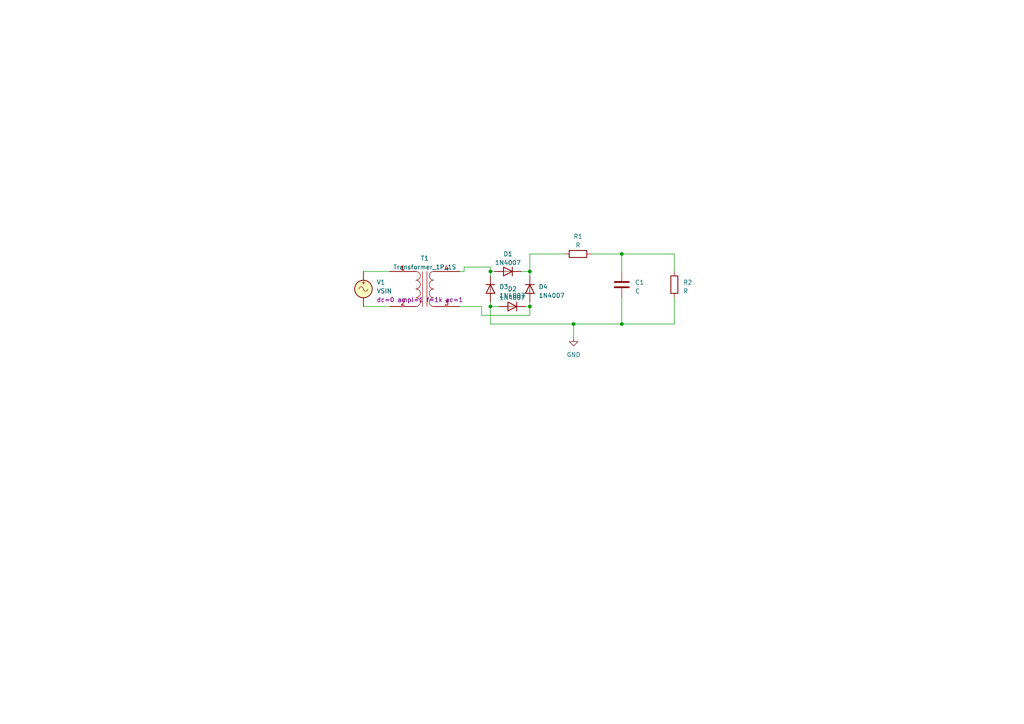
<source format=kicad_sch>
(kicad_sch (version 20230121) (generator eeschema)

  (uuid 86f50895-f4a8-4caa-a6af-ea6ccaf15063)

  (paper "A4")

  (lib_symbols
    (symbol "Device:C" (pin_numbers hide) (pin_names (offset 0.254)) (in_bom yes) (on_board yes)
      (property "Reference" "C" (at 0.635 2.54 0)
        (effects (font (size 1.27 1.27)) (justify left))
      )
      (property "Value" "C" (at 0.635 -2.54 0)
        (effects (font (size 1.27 1.27)) (justify left))
      )
      (property "Footprint" "" (at 0.9652 -3.81 0)
        (effects (font (size 1.27 1.27)) hide)
      )
      (property "Datasheet" "~" (at 0 0 0)
        (effects (font (size 1.27 1.27)) hide)
      )
      (property "ki_keywords" "cap capacitor" (at 0 0 0)
        (effects (font (size 1.27 1.27)) hide)
      )
      (property "ki_description" "Unpolarized capacitor" (at 0 0 0)
        (effects (font (size 1.27 1.27)) hide)
      )
      (property "ki_fp_filters" "C_*" (at 0 0 0)
        (effects (font (size 1.27 1.27)) hide)
      )
      (symbol "C_0_1"
        (polyline
          (pts
            (xy -2.032 -0.762)
            (xy 2.032 -0.762)
          )
          (stroke (width 0.508) (type default))
          (fill (type none))
        )
        (polyline
          (pts
            (xy -2.032 0.762)
            (xy 2.032 0.762)
          )
          (stroke (width 0.508) (type default))
          (fill (type none))
        )
      )
      (symbol "C_1_1"
        (pin passive line (at 0 3.81 270) (length 2.794)
          (name "~" (effects (font (size 1.27 1.27))))
          (number "1" (effects (font (size 1.27 1.27))))
        )
        (pin passive line (at 0 -3.81 90) (length 2.794)
          (name "~" (effects (font (size 1.27 1.27))))
          (number "2" (effects (font (size 1.27 1.27))))
        )
      )
    )
    (symbol "Device:R" (pin_numbers hide) (pin_names (offset 0)) (in_bom yes) (on_board yes)
      (property "Reference" "R" (at 2.032 0 90)
        (effects (font (size 1.27 1.27)))
      )
      (property "Value" "R" (at 0 0 90)
        (effects (font (size 1.27 1.27)))
      )
      (property "Footprint" "" (at -1.778 0 90)
        (effects (font (size 1.27 1.27)) hide)
      )
      (property "Datasheet" "~" (at 0 0 0)
        (effects (font (size 1.27 1.27)) hide)
      )
      (property "ki_keywords" "R res resistor" (at 0 0 0)
        (effects (font (size 1.27 1.27)) hide)
      )
      (property "ki_description" "Resistor" (at 0 0 0)
        (effects (font (size 1.27 1.27)) hide)
      )
      (property "ki_fp_filters" "R_*" (at 0 0 0)
        (effects (font (size 1.27 1.27)) hide)
      )
      (symbol "R_0_1"
        (rectangle (start -1.016 -2.54) (end 1.016 2.54)
          (stroke (width 0.254) (type default))
          (fill (type none))
        )
      )
      (symbol "R_1_1"
        (pin passive line (at 0 3.81 270) (length 1.27)
          (name "~" (effects (font (size 1.27 1.27))))
          (number "1" (effects (font (size 1.27 1.27))))
        )
        (pin passive line (at 0 -3.81 90) (length 1.27)
          (name "~" (effects (font (size 1.27 1.27))))
          (number "2" (effects (font (size 1.27 1.27))))
        )
      )
    )
    (symbol "Device:Transformer_1P_1S" (pin_names (offset 1.016) hide) (in_bom yes) (on_board yes)
      (property "Reference" "T" (at 0 6.35 0)
        (effects (font (size 1.27 1.27)))
      )
      (property "Value" "Transformer_1P_1S" (at 0 -7.62 0)
        (effects (font (size 1.27 1.27)))
      )
      (property "Footprint" "" (at 0 0 0)
        (effects (font (size 1.27 1.27)) hide)
      )
      (property "Datasheet" "~" (at 0 0 0)
        (effects (font (size 1.27 1.27)) hide)
      )
      (property "ki_keywords" "transformer coil magnet" (at 0 0 0)
        (effects (font (size 1.27 1.27)) hide)
      )
      (property "ki_description" "Transformer, single primary, single secondary" (at 0 0 0)
        (effects (font (size 1.27 1.27)) hide)
      )
      (symbol "Transformer_1P_1S_0_1"
        (arc (start -2.54 -5.0546) (mid -1.6599 -4.6901) (end -1.27 -3.81)
          (stroke (width 0) (type default))
          (fill (type none))
        )
        (arc (start -2.54 -2.5146) (mid -1.6599 -2.1501) (end -1.27 -1.27)
          (stroke (width 0) (type default))
          (fill (type none))
        )
        (arc (start -2.54 0.0254) (mid -1.6599 0.3899) (end -1.27 1.27)
          (stroke (width 0) (type default))
          (fill (type none))
        )
        (arc (start -2.54 2.5654) (mid -1.6599 2.9299) (end -1.27 3.81)
          (stroke (width 0) (type default))
          (fill (type none))
        )
        (arc (start -1.27 -3.81) (mid -1.642 -2.912) (end -2.54 -2.54)
          (stroke (width 0) (type default))
          (fill (type none))
        )
        (arc (start -1.27 -1.27) (mid -1.642 -0.372) (end -2.54 0)
          (stroke (width 0) (type default))
          (fill (type none))
        )
        (arc (start -1.27 1.27) (mid -1.642 2.168) (end -2.54 2.54)
          (stroke (width 0) (type default))
          (fill (type none))
        )
        (arc (start -1.27 3.81) (mid -1.642 4.708) (end -2.54 5.08)
          (stroke (width 0) (type default))
          (fill (type none))
        )
        (polyline
          (pts
            (xy -0.635 5.08)
            (xy -0.635 -5.08)
          )
          (stroke (width 0) (type default))
          (fill (type none))
        )
        (polyline
          (pts
            (xy 0.635 -5.08)
            (xy 0.635 5.08)
          )
          (stroke (width 0) (type default))
          (fill (type none))
        )
        (arc (start 1.2954 -1.27) (mid 1.6599 -2.1501) (end 2.54 -2.5146)
          (stroke (width 0) (type default))
          (fill (type none))
        )
        (arc (start 1.2954 1.27) (mid 1.6599 0.3899) (end 2.54 0.0254)
          (stroke (width 0) (type default))
          (fill (type none))
        )
        (arc (start 1.2954 3.81) (mid 1.6599 2.9299) (end 2.54 2.5654)
          (stroke (width 0) (type default))
          (fill (type none))
        )
        (arc (start 1.3208 -3.81) (mid 1.6853 -4.6901) (end 2.5654 -5.0546)
          (stroke (width 0) (type default))
          (fill (type none))
        )
        (arc (start 2.54 0) (mid 1.642 -0.372) (end 1.2954 -1.27)
          (stroke (width 0) (type default))
          (fill (type none))
        )
        (arc (start 2.54 2.54) (mid 1.642 2.168) (end 1.2954 1.27)
          (stroke (width 0) (type default))
          (fill (type none))
        )
        (arc (start 2.54 5.08) (mid 1.642 4.708) (end 1.2954 3.81)
          (stroke (width 0) (type default))
          (fill (type none))
        )
        (arc (start 2.5654 -2.54) (mid 1.6674 -2.912) (end 1.3208 -3.81)
          (stroke (width 0) (type default))
          (fill (type none))
        )
      )
      (symbol "Transformer_1P_1S_1_1"
        (pin passive line (at -10.16 5.08 0) (length 7.62)
          (name "AA" (effects (font (size 1.27 1.27))))
          (number "1" (effects (font (size 1.27 1.27))))
        )
        (pin passive line (at -10.16 -5.08 0) (length 7.62)
          (name "AB" (effects (font (size 1.27 1.27))))
          (number "2" (effects (font (size 1.27 1.27))))
        )
        (pin passive line (at 10.16 -5.08 180) (length 7.62)
          (name "SA" (effects (font (size 1.27 1.27))))
          (number "3" (effects (font (size 1.27 1.27))))
        )
        (pin passive line (at 10.16 5.08 180) (length 7.62)
          (name "SB" (effects (font (size 1.27 1.27))))
          (number "4" (effects (font (size 1.27 1.27))))
        )
      )
    )
    (symbol "Diode:1N4007" (pin_numbers hide) (pin_names hide) (in_bom yes) (on_board yes)
      (property "Reference" "D" (at 0 2.54 0)
        (effects (font (size 1.27 1.27)))
      )
      (property "Value" "1N4007" (at 0 -2.54 0)
        (effects (font (size 1.27 1.27)))
      )
      (property "Footprint" "Diode_THT:D_DO-41_SOD81_P10.16mm_Horizontal" (at 0 -4.445 0)
        (effects (font (size 1.27 1.27)) hide)
      )
      (property "Datasheet" "http://www.vishay.com/docs/88503/1n4001.pdf" (at 0 0 0)
        (effects (font (size 1.27 1.27)) hide)
      )
      (property "Sim.Device" "D" (at 0 0 0)
        (effects (font (size 1.27 1.27)) hide)
      )
      (property "Sim.Pins" "1=K 2=A" (at 0 0 0)
        (effects (font (size 1.27 1.27)) hide)
      )
      (property "ki_keywords" "diode" (at 0 0 0)
        (effects (font (size 1.27 1.27)) hide)
      )
      (property "ki_description" "1000V 1A General Purpose Rectifier Diode, DO-41" (at 0 0 0)
        (effects (font (size 1.27 1.27)) hide)
      )
      (property "ki_fp_filters" "D*DO?41*" (at 0 0 0)
        (effects (font (size 1.27 1.27)) hide)
      )
      (symbol "1N4007_0_1"
        (polyline
          (pts
            (xy -1.27 1.27)
            (xy -1.27 -1.27)
          )
          (stroke (width 0.254) (type default))
          (fill (type none))
        )
        (polyline
          (pts
            (xy 1.27 0)
            (xy -1.27 0)
          )
          (stroke (width 0) (type default))
          (fill (type none))
        )
        (polyline
          (pts
            (xy 1.27 1.27)
            (xy 1.27 -1.27)
            (xy -1.27 0)
            (xy 1.27 1.27)
          )
          (stroke (width 0.254) (type default))
          (fill (type none))
        )
      )
      (symbol "1N4007_1_1"
        (pin passive line (at -3.81 0 0) (length 2.54)
          (name "K" (effects (font (size 1.27 1.27))))
          (number "1" (effects (font (size 1.27 1.27))))
        )
        (pin passive line (at 3.81 0 180) (length 2.54)
          (name "A" (effects (font (size 1.27 1.27))))
          (number "2" (effects (font (size 1.27 1.27))))
        )
      )
    )
    (symbol "Simulation_SPICE:VSIN" (pin_numbers hide) (pin_names (offset 0.0254)) (in_bom yes) (on_board yes)
      (property "Reference" "V" (at 2.54 2.54 0)
        (effects (font (size 1.27 1.27)) (justify left))
      )
      (property "Value" "VSIN" (at 2.54 0 0)
        (effects (font (size 1.27 1.27)) (justify left))
      )
      (property "Footprint" "" (at 0 0 0)
        (effects (font (size 1.27 1.27)) hide)
      )
      (property "Datasheet" "~" (at 0 0 0)
        (effects (font (size 1.27 1.27)) hide)
      )
      (property "Sim.Pins" "1=+ 2=-" (at 0 0 0)
        (effects (font (size 1.27 1.27)) hide)
      )
      (property "Sim.Params" "dc=0 ampl=1 f=1k ac=1" (at 2.54 -2.54 0)
        (effects (font (size 1.27 1.27)) (justify left))
      )
      (property "Sim.Type" "SIN" (at 0 0 0)
        (effects (font (size 1.27 1.27)) hide)
      )
      (property "Sim.Device" "V" (at 0 0 0)
        (effects (font (size 1.27 1.27)) (justify left) hide)
      )
      (property "ki_keywords" "simulation ac vac" (at 0 0 0)
        (effects (font (size 1.27 1.27)) hide)
      )
      (property "ki_description" "Voltage source, sinusoidal" (at 0 0 0)
        (effects (font (size 1.27 1.27)) hide)
      )
      (symbol "VSIN_0_0"
        (arc (start 0 0) (mid -0.635 0.6323) (end -1.27 0)
          (stroke (width 0) (type default))
          (fill (type none))
        )
        (arc (start 0 0) (mid 0.635 -0.6323) (end 1.27 0)
          (stroke (width 0) (type default))
          (fill (type none))
        )
        (text "+" (at 0 1.905 0)
          (effects (font (size 1.27 1.27)))
        )
      )
      (symbol "VSIN_0_1"
        (circle (center 0 0) (radius 2.54)
          (stroke (width 0.254) (type default))
          (fill (type background))
        )
      )
      (symbol "VSIN_1_1"
        (pin passive line (at 0 5.08 270) (length 2.54)
          (name "~" (effects (font (size 1.27 1.27))))
          (number "1" (effects (font (size 1.27 1.27))))
        )
        (pin passive line (at 0 -5.08 90) (length 2.54)
          (name "~" (effects (font (size 1.27 1.27))))
          (number "2" (effects (font (size 1.27 1.27))))
        )
      )
    )
    (symbol "power:GND" (power) (pin_names (offset 0)) (in_bom yes) (on_board yes)
      (property "Reference" "#PWR" (at 0 -6.35 0)
        (effects (font (size 1.27 1.27)) hide)
      )
      (property "Value" "GND" (at 0 -3.81 0)
        (effects (font (size 1.27 1.27)))
      )
      (property "Footprint" "" (at 0 0 0)
        (effects (font (size 1.27 1.27)) hide)
      )
      (property "Datasheet" "" (at 0 0 0)
        (effects (font (size 1.27 1.27)) hide)
      )
      (property "ki_keywords" "global power" (at 0 0 0)
        (effects (font (size 1.27 1.27)) hide)
      )
      (property "ki_description" "Power symbol creates a global label with name \"GND\" , ground" (at 0 0 0)
        (effects (font (size 1.27 1.27)) hide)
      )
      (symbol "GND_0_1"
        (polyline
          (pts
            (xy 0 0)
            (xy 0 -1.27)
            (xy 1.27 -1.27)
            (xy 0 -2.54)
            (xy -1.27 -1.27)
            (xy 0 -1.27)
          )
          (stroke (width 0) (type default))
          (fill (type none))
        )
      )
      (symbol "GND_1_1"
        (pin power_in line (at 0 0 270) (length 0) hide
          (name "GND" (effects (font (size 1.27 1.27))))
          (number "1" (effects (font (size 1.27 1.27))))
        )
      )
    )
  )


  (junction (at 166.37 93.98) (diameter 0) (color 0 0 0 0)
    (uuid 2dff44d4-f64d-4bd1-88df-256421143520)
  )
  (junction (at 180.34 93.98) (diameter 0) (color 0 0 0 0)
    (uuid a8fa3d1d-696e-4ecb-94b8-82fb91963f7b)
  )
  (junction (at 153.67 78.74) (diameter 0) (color 0 0 0 0)
    (uuid d2b5a331-22f8-41c2-aca8-a7bda3f1fef4)
  )
  (junction (at 153.67 88.9) (diameter 0) (color 0 0 0 0)
    (uuid da183cd8-d85b-4410-ae0a-6133f5748b35)
  )
  (junction (at 142.24 78.74) (diameter 0) (color 0 0 0 0)
    (uuid e4301a1c-2c93-4f8f-a986-e4b6087d3116)
  )
  (junction (at 180.34 73.66) (diameter 0) (color 0 0 0 0)
    (uuid f4297ea0-8a1b-42ee-971a-eb7e5cc88b6e)
  )
  (junction (at 142.24 88.9) (diameter 0) (color 0 0 0 0)
    (uuid fbe2f136-91a7-4c3a-8ced-b36a6367f75e)
  )

  (wire (pts (xy 163.83 73.66) (xy 153.67 73.66))
    (stroke (width 0) (type default))
    (uuid 1c498c12-732e-4552-adf7-2a86bfaf4470)
  )
  (wire (pts (xy 166.37 93.98) (xy 166.37 97.79))
    (stroke (width 0) (type default))
    (uuid 1e1e4847-5559-478c-ac4d-817ba5b35abb)
  )
  (wire (pts (xy 142.24 88.9) (xy 142.24 87.63))
    (stroke (width 0) (type default))
    (uuid 21d0a56f-ae5d-4e88-a000-b48bddba1151)
  )
  (wire (pts (xy 142.24 80.01) (xy 142.24 78.74))
    (stroke (width 0) (type default))
    (uuid 2437ee50-81e5-4135-ad9c-37108f1520d8)
  )
  (wire (pts (xy 180.34 86.36) (xy 180.34 93.98))
    (stroke (width 0) (type default))
    (uuid 339b7e1e-4454-4842-976c-dd4fadab780f)
  )
  (wire (pts (xy 134.62 78.74) (xy 134.62 77.47))
    (stroke (width 0) (type default))
    (uuid 358bde12-a7b6-407b-8af0-7fc5aa15b2be)
  )
  (wire (pts (xy 180.34 73.66) (xy 180.34 78.74))
    (stroke (width 0) (type default))
    (uuid 38b3e20f-53a6-43b1-b614-72bda9d0026b)
  )
  (wire (pts (xy 153.67 88.9) (xy 153.67 87.63))
    (stroke (width 0) (type default))
    (uuid 3986c356-afbc-4b2a-8b8e-7def4a7c0b75)
  )
  (wire (pts (xy 166.37 93.98) (xy 142.24 93.98))
    (stroke (width 0) (type default))
    (uuid 3cd391f8-9751-4193-9053-6c328f241d78)
  )
  (wire (pts (xy 139.7 91.44) (xy 153.67 91.44))
    (stroke (width 0) (type default))
    (uuid 4676b000-003f-4a73-ada9-1f6e25a5c02a)
  )
  (wire (pts (xy 142.24 77.47) (xy 142.24 78.74))
    (stroke (width 0) (type default))
    (uuid 4fbaa61a-c92d-4d57-8e82-0f80bc30ab45)
  )
  (wire (pts (xy 153.67 73.66) (xy 153.67 78.74))
    (stroke (width 0) (type default))
    (uuid 54a62fc8-4470-4b12-94fc-98e2387a4947)
  )
  (wire (pts (xy 195.58 73.66) (xy 180.34 73.66))
    (stroke (width 0) (type default))
    (uuid 573a55bf-1c4b-41f7-b80a-6083b7304591)
  )
  (wire (pts (xy 139.7 88.9) (xy 139.7 91.44))
    (stroke (width 0) (type default))
    (uuid 586a6862-5786-42c5-9cbd-f0ea083dd7df)
  )
  (wire (pts (xy 151.13 78.74) (xy 153.67 78.74))
    (stroke (width 0) (type default))
    (uuid 5ce56244-d7c0-46f3-9344-f21d7bda5111)
  )
  (wire (pts (xy 153.67 78.74) (xy 153.67 80.01))
    (stroke (width 0) (type default))
    (uuid 63c0c61d-78bf-4042-bf0d-13e868084bc3)
  )
  (wire (pts (xy 142.24 93.98) (xy 142.24 88.9))
    (stroke (width 0) (type default))
    (uuid 6a140942-78ec-4fa8-b200-1f4477b166c3)
  )
  (wire (pts (xy 144.78 88.9) (xy 142.24 88.9))
    (stroke (width 0) (type default))
    (uuid 7c43e2c5-5f29-4061-b339-435fbfffc3f6)
  )
  (wire (pts (xy 133.35 88.9) (xy 139.7 88.9))
    (stroke (width 0) (type default))
    (uuid 89f110cb-aaee-4db4-9d3d-37b53e9aff5a)
  )
  (wire (pts (xy 153.67 91.44) (xy 153.67 88.9))
    (stroke (width 0) (type default))
    (uuid 9164f798-698b-4cca-88d6-bff8a7f3844d)
  )
  (wire (pts (xy 195.58 93.98) (xy 180.34 93.98))
    (stroke (width 0) (type default))
    (uuid abdb132a-b1e4-4e93-ac7e-099cfb063b3c)
  )
  (wire (pts (xy 180.34 93.98) (xy 166.37 93.98))
    (stroke (width 0) (type default))
    (uuid b8f27ca0-9477-48ba-a5f7-87324c37adf9)
  )
  (wire (pts (xy 134.62 77.47) (xy 142.24 77.47))
    (stroke (width 0) (type default))
    (uuid c04c285b-8dba-43c7-b93a-dcafde815dec)
  )
  (wire (pts (xy 142.24 78.74) (xy 143.51 78.74))
    (stroke (width 0) (type default))
    (uuid c8b797cc-6209-4056-bcb9-6fa250ceca3d)
  )
  (wire (pts (xy 195.58 86.36) (xy 195.58 93.98))
    (stroke (width 0) (type default))
    (uuid dfd6aa87-aba9-4c20-8c68-f43b53f4b5fd)
  )
  (wire (pts (xy 195.58 78.74) (xy 195.58 73.66))
    (stroke (width 0) (type default))
    (uuid e53e119f-49a2-4ef1-8cf1-24b1dd0761b4)
  )
  (wire (pts (xy 171.45 73.66) (xy 180.34 73.66))
    (stroke (width 0) (type default))
    (uuid e542039b-ced9-4066-a8f7-033f53756a2a)
  )
  (wire (pts (xy 152.4 88.9) (xy 153.67 88.9))
    (stroke (width 0) (type default))
    (uuid e7aa175a-710b-4b19-8fca-0290268fac74)
  )
  (wire (pts (xy 105.41 78.74) (xy 113.03 78.74))
    (stroke (width 0) (type default))
    (uuid f050c237-b35e-4cfa-97c6-8202c4597909)
  )
  (wire (pts (xy 133.35 78.74) (xy 134.62 78.74))
    (stroke (width 0) (type default))
    (uuid f15d6eb6-3b1f-4000-b637-8d24708e5833)
  )
  (wire (pts (xy 105.41 88.9) (xy 113.03 88.9))
    (stroke (width 0) (type default))
    (uuid ff47c8a6-89a1-45e4-9223-f5b163e8894b)
  )

  (symbol (lib_id "Diode:1N4007") (at 147.32 78.74 180) (unit 1)
    (in_bom yes) (on_board yes) (dnp no) (fields_autoplaced)
    (uuid 2fd3d408-0aa1-45c5-9c69-1d6466c99b28)
    (property "Reference" "D1" (at 147.32 73.66 0)
      (effects (font (size 1.27 1.27)))
    )
    (property "Value" "1N4007" (at 147.32 76.2 0)
      (effects (font (size 1.27 1.27)))
    )
    (property "Footprint" "Diode_THT:D_DO-41_SOD81_P10.16mm_Horizontal" (at 147.32 74.295 0)
      (effects (font (size 1.27 1.27)) hide)
    )
    (property "Datasheet" "http://www.vishay.com/docs/88503/1n4001.pdf" (at 147.32 78.74 0)
      (effects (font (size 1.27 1.27)) hide)
    )
    (property "Sim.Device" "D" (at 147.32 78.74 0)
      (effects (font (size 1.27 1.27)) hide)
    )
    (property "Sim.Pins" "1=K 2=A" (at 147.32 78.74 0)
      (effects (font (size 1.27 1.27)) hide)
    )
    (pin "1" (uuid 5dc5f094-cf48-4871-80b4-144b8c4d53de))
    (pin "2" (uuid dd2d4ce0-612a-43f2-b342-e817f34c1236))
    (instances
      (project "bridge rectifier"
        (path "/86f50895-f4a8-4caa-a6af-ea6ccaf15063"
          (reference "D1") (unit 1)
        )
      )
    )
  )

  (symbol (lib_id "Device:Transformer_1P_1S") (at 123.19 83.82 0) (unit 1)
    (in_bom yes) (on_board yes) (dnp no) (fields_autoplaced)
    (uuid 4cb74646-a730-4c01-bddc-0ae5053422f5)
    (property "Reference" "T1" (at 123.2027 74.93 0)
      (effects (font (size 1.27 1.27)))
    )
    (property "Value" "Transformer_1P_1S" (at 123.2027 77.47 0)
      (effects (font (size 1.27 1.27)))
    )
    (property "Footprint" "" (at 123.19 83.82 0)
      (effects (font (size 1.27 1.27)) hide)
    )
    (property "Datasheet" "~" (at 123.19 83.82 0)
      (effects (font (size 1.27 1.27)) hide)
    )
    (pin "1" (uuid f5488dba-62e2-42c9-bcd3-a73de11ee72a))
    (pin "2" (uuid 74757f81-babf-4d13-b9c9-8fb84257266d))
    (pin "3" (uuid 1dae1013-e20d-4766-996d-66556a605abd))
    (pin "4" (uuid d7d78bd4-b563-4a27-9372-060a4a192e10))
    (instances
      (project "bridge rectifier"
        (path "/86f50895-f4a8-4caa-a6af-ea6ccaf15063"
          (reference "T1") (unit 1)
        )
      )
    )
  )

  (symbol (lib_id "Simulation_SPICE:VSIN") (at 105.41 83.82 0) (unit 1)
    (in_bom yes) (on_board yes) (dnp no) (fields_autoplaced)
    (uuid 5246e5f4-9324-4191-801c-9e1c31043300)
    (property "Reference" "V1" (at 109.22 81.8792 0)
      (effects (font (size 1.27 1.27)) (justify left))
    )
    (property "Value" "VSIN" (at 109.22 84.4192 0)
      (effects (font (size 1.27 1.27)) (justify left))
    )
    (property "Footprint" "" (at 105.41 83.82 0)
      (effects (font (size 1.27 1.27)) hide)
    )
    (property "Datasheet" "~" (at 105.41 83.82 0)
      (effects (font (size 1.27 1.27)) hide)
    )
    (property "Sim.Pins" "sin(0 170 60)" (at 105.41 83.82 0)
      (effects (font (size 1.27 1.27)) hide)
    )
    (property "Sim.Params" "dc=0 ampl=1 f=1k ac=1" (at 109.22 86.9592 0)
      (effects (font (size 1.27 1.27)) (justify left))
    )
    (property "Sim.Type" "SIN" (at 105.41 83.82 0)
      (effects (font (size 1.27 1.27)) hide)
    )
    (property "Sim.Device" "V" (at 105.41 83.82 0)
      (effects (font (size 1.27 1.27)) (justify left) hide)
    )
    (pin "1" (uuid b7681cce-29b9-4989-9fdb-734e4ed50e59))
    (pin "2" (uuid 26806d5d-e117-4f7a-8780-b4fe0525b840))
    (instances
      (project "bridge rectifier"
        (path "/86f50895-f4a8-4caa-a6af-ea6ccaf15063"
          (reference "V1") (unit 1)
        )
      )
    )
  )

  (symbol (lib_id "Diode:1N4007") (at 153.67 83.82 270) (unit 1)
    (in_bom yes) (on_board yes) (dnp no) (fields_autoplaced)
    (uuid 67f7aacc-7db6-4aa7-8c83-172a37d1cf95)
    (property "Reference" "D4" (at 156.21 83.185 90)
      (effects (font (size 1.27 1.27)) (justify left))
    )
    (property "Value" "1N4007" (at 156.21 85.725 90)
      (effects (font (size 1.27 1.27)) (justify left))
    )
    (property "Footprint" "Diode_THT:D_DO-41_SOD81_P10.16mm_Horizontal" (at 149.225 83.82 0)
      (effects (font (size 1.27 1.27)) hide)
    )
    (property "Datasheet" "http://www.vishay.com/docs/88503/1n4001.pdf" (at 153.67 83.82 0)
      (effects (font (size 1.27 1.27)) hide)
    )
    (property "Sim.Device" "D" (at 153.67 83.82 0)
      (effects (font (size 1.27 1.27)) hide)
    )
    (property "Sim.Pins" "1=K 2=A" (at 153.67 83.82 0)
      (effects (font (size 1.27 1.27)) hide)
    )
    (pin "1" (uuid 8d36893a-62e2-485d-a2d3-01e40f0182a9))
    (pin "2" (uuid 36a9aad7-849f-4dac-be8b-85bee6aa5634))
    (instances
      (project "bridge rectifier"
        (path "/86f50895-f4a8-4caa-a6af-ea6ccaf15063"
          (reference "D4") (unit 1)
        )
      )
    )
  )

  (symbol (lib_id "Device:C") (at 180.34 82.55 0) (unit 1)
    (in_bom yes) (on_board yes) (dnp no) (fields_autoplaced)
    (uuid 69a59826-8d5f-4c00-a5f2-37da29f04074)
    (property "Reference" "C1" (at 184.15 81.915 0)
      (effects (font (size 1.27 1.27)) (justify left))
    )
    (property "Value" "C" (at 184.15 84.455 0)
      (effects (font (size 1.27 1.27)) (justify left))
    )
    (property "Footprint" "" (at 181.3052 86.36 0)
      (effects (font (size 1.27 1.27)) hide)
    )
    (property "Datasheet" "~" (at 180.34 82.55 0)
      (effects (font (size 1.27 1.27)) hide)
    )
    (pin "1" (uuid 8287342c-9629-44e4-a398-217472a81ce1))
    (pin "2" (uuid d64e4b52-f6be-4bd4-947f-a65a500aeede))
    (instances
      (project "bridge rectifier"
        (path "/86f50895-f4a8-4caa-a6af-ea6ccaf15063"
          (reference "C1") (unit 1)
        )
      )
    )
  )

  (symbol (lib_id "Device:R") (at 195.58 82.55 180) (unit 1)
    (in_bom yes) (on_board yes) (dnp no) (fields_autoplaced)
    (uuid 7c8e4469-39a6-452f-8334-a15bc9a6a316)
    (property "Reference" "R2" (at 198.12 81.915 0)
      (effects (font (size 1.27 1.27)) (justify right))
    )
    (property "Value" "R" (at 198.12 84.455 0)
      (effects (font (size 1.27 1.27)) (justify right))
    )
    (property "Footprint" "" (at 197.358 82.55 90)
      (effects (font (size 1.27 1.27)) hide)
    )
    (property "Datasheet" "~" (at 195.58 82.55 0)
      (effects (font (size 1.27 1.27)) hide)
    )
    (pin "1" (uuid 70d49743-feb4-4e67-b1e7-4d66d0811c1a))
    (pin "2" (uuid 0b8a6ffa-65b2-488d-b4b4-d85f913a7380))
    (instances
      (project "bridge rectifier"
        (path "/86f50895-f4a8-4caa-a6af-ea6ccaf15063"
          (reference "R2") (unit 1)
        )
      )
    )
  )

  (symbol (lib_id "power:GND") (at 166.37 97.79 0) (unit 1)
    (in_bom yes) (on_board yes) (dnp no) (fields_autoplaced)
    (uuid a5a42986-a581-4b84-95d3-e45d2c9189ed)
    (property "Reference" "#PWR01" (at 166.37 104.14 0)
      (effects (font (size 1.27 1.27)) hide)
    )
    (property "Value" "GND" (at 166.37 102.87 0)
      (effects (font (size 1.27 1.27)))
    )
    (property "Footprint" "" (at 166.37 97.79 0)
      (effects (font (size 1.27 1.27)) hide)
    )
    (property "Datasheet" "" (at 166.37 97.79 0)
      (effects (font (size 1.27 1.27)) hide)
    )
    (pin "1" (uuid de29502b-f682-410a-99b0-da02032ef8a5))
    (instances
      (project "bridge rectifier"
        (path "/86f50895-f4a8-4caa-a6af-ea6ccaf15063"
          (reference "#PWR01") (unit 1)
        )
      )
    )
  )

  (symbol (lib_id "Diode:1N4007") (at 142.24 83.82 270) (unit 1)
    (in_bom yes) (on_board yes) (dnp no) (fields_autoplaced)
    (uuid c9dc9260-ebf4-4b72-8e98-90b510f466b1)
    (property "Reference" "D3" (at 144.78 83.185 90)
      (effects (font (size 1.27 1.27)) (justify left))
    )
    (property "Value" "1N4007" (at 144.78 85.725 90)
      (effects (font (size 1.27 1.27)) (justify left))
    )
    (property "Footprint" "Diode_THT:D_DO-41_SOD81_P10.16mm_Horizontal" (at 137.795 83.82 0)
      (effects (font (size 1.27 1.27)) hide)
    )
    (property "Datasheet" "http://www.vishay.com/docs/88503/1n4001.pdf" (at 142.24 83.82 0)
      (effects (font (size 1.27 1.27)) hide)
    )
    (property "Sim.Device" "D" (at 142.24 83.82 0)
      (effects (font (size 1.27 1.27)) hide)
    )
    (property "Sim.Pins" "1=K 2=A" (at 142.24 83.82 0)
      (effects (font (size 1.27 1.27)) hide)
    )
    (pin "1" (uuid f8207a61-e8a9-4e31-9e16-242ad4b69f29))
    (pin "2" (uuid b3cbeb65-15d7-4f34-bf78-6a7d48178b30))
    (instances
      (project "bridge rectifier"
        (path "/86f50895-f4a8-4caa-a6af-ea6ccaf15063"
          (reference "D3") (unit 1)
        )
      )
    )
  )

  (symbol (lib_id "Diode:1N4007") (at 148.59 88.9 180) (unit 1)
    (in_bom yes) (on_board yes) (dnp no) (fields_autoplaced)
    (uuid e10992a5-9bd0-4ff1-b053-a55ff9671f26)
    (property "Reference" "D2" (at 148.59 83.82 0)
      (effects (font (size 1.27 1.27)))
    )
    (property "Value" "1N4007" (at 148.59 86.36 0)
      (effects (font (size 1.27 1.27)))
    )
    (property "Footprint" "Diode_THT:D_DO-41_SOD81_P10.16mm_Horizontal" (at 148.59 84.455 0)
      (effects (font (size 1.27 1.27)) hide)
    )
    (property "Datasheet" "http://www.vishay.com/docs/88503/1n4001.pdf" (at 148.59 88.9 0)
      (effects (font (size 1.27 1.27)) hide)
    )
    (property "Sim.Device" "D" (at 148.59 88.9 0)
      (effects (font (size 1.27 1.27)) hide)
    )
    (property "Sim.Pins" "1=K 2=A" (at 148.59 88.9 0)
      (effects (font (size 1.27 1.27)) hide)
    )
    (pin "1" (uuid 06e79cf3-7d51-44eb-b1b5-1540152d3c3e))
    (pin "2" (uuid 00ab3a7d-ec6c-4cf9-beab-333ef0e0252e))
    (instances
      (project "bridge rectifier"
        (path "/86f50895-f4a8-4caa-a6af-ea6ccaf15063"
          (reference "D2") (unit 1)
        )
      )
    )
  )

  (symbol (lib_id "Device:R") (at 167.64 73.66 90) (unit 1)
    (in_bom yes) (on_board yes) (dnp no) (fields_autoplaced)
    (uuid fa0a5b5d-2337-479e-a06a-5e368351a87c)
    (property "Reference" "R1" (at 167.64 68.58 90)
      (effects (font (size 1.27 1.27)))
    )
    (property "Value" "R" (at 167.64 71.12 90)
      (effects (font (size 1.27 1.27)))
    )
    (property "Footprint" "" (at 167.64 75.438 90)
      (effects (font (size 1.27 1.27)) hide)
    )
    (property "Datasheet" "~" (at 167.64 73.66 0)
      (effects (font (size 1.27 1.27)) hide)
    )
    (pin "1" (uuid e29c6895-d8e5-429c-89a1-d9bcec2bfccc))
    (pin "2" (uuid 15c0716e-55c0-49ec-aac3-1b021bf44d5f))
    (instances
      (project "bridge rectifier"
        (path "/86f50895-f4a8-4caa-a6af-ea6ccaf15063"
          (reference "R1") (unit 1)
        )
      )
    )
  )

  (sheet_instances
    (path "/" (page "1"))
  )
)

</source>
